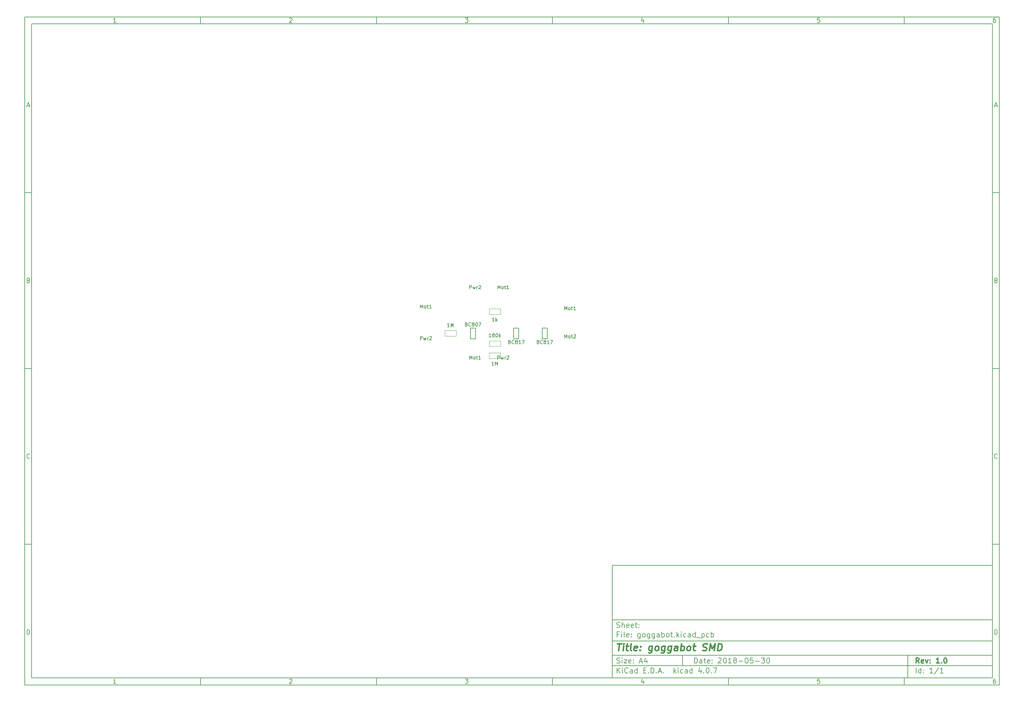
<source format=gbr>
G04 #@! TF.FileFunction,Other,Fab,Top*
%FSLAX46Y46*%
G04 Gerber Fmt 4.6, Leading zero omitted, Abs format (unit mm)*
G04 Created by KiCad (PCBNEW 4.0.7) date 2018 May 30, Wednesday 19:48:18*
%MOMM*%
%LPD*%
G01*
G04 APERTURE LIST*
%ADD10C,0.100000*%
%ADD11C,0.150000*%
%ADD12C,0.300000*%
%ADD13C,0.400000*%
G04 APERTURE END LIST*
D10*
D11*
X177002200Y-166007200D02*
X177002200Y-198007200D01*
X285002200Y-198007200D01*
X285002200Y-166007200D01*
X177002200Y-166007200D01*
D10*
D11*
X10000000Y-10000000D02*
X10000000Y-200007200D01*
X287002200Y-200007200D01*
X287002200Y-10000000D01*
X10000000Y-10000000D01*
D10*
D11*
X12000000Y-12000000D02*
X12000000Y-198007200D01*
X285002200Y-198007200D01*
X285002200Y-12000000D01*
X12000000Y-12000000D01*
D10*
D11*
X60000000Y-12000000D02*
X60000000Y-10000000D01*
D10*
D11*
X110000000Y-12000000D02*
X110000000Y-10000000D01*
D10*
D11*
X160000000Y-12000000D02*
X160000000Y-10000000D01*
D10*
D11*
X210000000Y-12000000D02*
X210000000Y-10000000D01*
D10*
D11*
X260000000Y-12000000D02*
X260000000Y-10000000D01*
D10*
D11*
X35990476Y-11588095D02*
X35247619Y-11588095D01*
X35619048Y-11588095D02*
X35619048Y-10288095D01*
X35495238Y-10473810D01*
X35371429Y-10597619D01*
X35247619Y-10659524D01*
D10*
D11*
X85247619Y-10411905D02*
X85309524Y-10350000D01*
X85433333Y-10288095D01*
X85742857Y-10288095D01*
X85866667Y-10350000D01*
X85928571Y-10411905D01*
X85990476Y-10535714D01*
X85990476Y-10659524D01*
X85928571Y-10845238D01*
X85185714Y-11588095D01*
X85990476Y-11588095D01*
D10*
D11*
X135185714Y-10288095D02*
X135990476Y-10288095D01*
X135557143Y-10783333D01*
X135742857Y-10783333D01*
X135866667Y-10845238D01*
X135928571Y-10907143D01*
X135990476Y-11030952D01*
X135990476Y-11340476D01*
X135928571Y-11464286D01*
X135866667Y-11526190D01*
X135742857Y-11588095D01*
X135371429Y-11588095D01*
X135247619Y-11526190D01*
X135185714Y-11464286D01*
D10*
D11*
X185866667Y-10721429D02*
X185866667Y-11588095D01*
X185557143Y-10226190D02*
X185247619Y-11154762D01*
X186052381Y-11154762D01*
D10*
D11*
X235928571Y-10288095D02*
X235309524Y-10288095D01*
X235247619Y-10907143D01*
X235309524Y-10845238D01*
X235433333Y-10783333D01*
X235742857Y-10783333D01*
X235866667Y-10845238D01*
X235928571Y-10907143D01*
X235990476Y-11030952D01*
X235990476Y-11340476D01*
X235928571Y-11464286D01*
X235866667Y-11526190D01*
X235742857Y-11588095D01*
X235433333Y-11588095D01*
X235309524Y-11526190D01*
X235247619Y-11464286D01*
D10*
D11*
X285866667Y-10288095D02*
X285619048Y-10288095D01*
X285495238Y-10350000D01*
X285433333Y-10411905D01*
X285309524Y-10597619D01*
X285247619Y-10845238D01*
X285247619Y-11340476D01*
X285309524Y-11464286D01*
X285371429Y-11526190D01*
X285495238Y-11588095D01*
X285742857Y-11588095D01*
X285866667Y-11526190D01*
X285928571Y-11464286D01*
X285990476Y-11340476D01*
X285990476Y-11030952D01*
X285928571Y-10907143D01*
X285866667Y-10845238D01*
X285742857Y-10783333D01*
X285495238Y-10783333D01*
X285371429Y-10845238D01*
X285309524Y-10907143D01*
X285247619Y-11030952D01*
D10*
D11*
X60000000Y-198007200D02*
X60000000Y-200007200D01*
D10*
D11*
X110000000Y-198007200D02*
X110000000Y-200007200D01*
D10*
D11*
X160000000Y-198007200D02*
X160000000Y-200007200D01*
D10*
D11*
X210000000Y-198007200D02*
X210000000Y-200007200D01*
D10*
D11*
X260000000Y-198007200D02*
X260000000Y-200007200D01*
D10*
D11*
X35990476Y-199595295D02*
X35247619Y-199595295D01*
X35619048Y-199595295D02*
X35619048Y-198295295D01*
X35495238Y-198481010D01*
X35371429Y-198604819D01*
X35247619Y-198666724D01*
D10*
D11*
X85247619Y-198419105D02*
X85309524Y-198357200D01*
X85433333Y-198295295D01*
X85742857Y-198295295D01*
X85866667Y-198357200D01*
X85928571Y-198419105D01*
X85990476Y-198542914D01*
X85990476Y-198666724D01*
X85928571Y-198852438D01*
X85185714Y-199595295D01*
X85990476Y-199595295D01*
D10*
D11*
X135185714Y-198295295D02*
X135990476Y-198295295D01*
X135557143Y-198790533D01*
X135742857Y-198790533D01*
X135866667Y-198852438D01*
X135928571Y-198914343D01*
X135990476Y-199038152D01*
X135990476Y-199347676D01*
X135928571Y-199471486D01*
X135866667Y-199533390D01*
X135742857Y-199595295D01*
X135371429Y-199595295D01*
X135247619Y-199533390D01*
X135185714Y-199471486D01*
D10*
D11*
X185866667Y-198728629D02*
X185866667Y-199595295D01*
X185557143Y-198233390D02*
X185247619Y-199161962D01*
X186052381Y-199161962D01*
D10*
D11*
X235928571Y-198295295D02*
X235309524Y-198295295D01*
X235247619Y-198914343D01*
X235309524Y-198852438D01*
X235433333Y-198790533D01*
X235742857Y-198790533D01*
X235866667Y-198852438D01*
X235928571Y-198914343D01*
X235990476Y-199038152D01*
X235990476Y-199347676D01*
X235928571Y-199471486D01*
X235866667Y-199533390D01*
X235742857Y-199595295D01*
X235433333Y-199595295D01*
X235309524Y-199533390D01*
X235247619Y-199471486D01*
D10*
D11*
X285866667Y-198295295D02*
X285619048Y-198295295D01*
X285495238Y-198357200D01*
X285433333Y-198419105D01*
X285309524Y-198604819D01*
X285247619Y-198852438D01*
X285247619Y-199347676D01*
X285309524Y-199471486D01*
X285371429Y-199533390D01*
X285495238Y-199595295D01*
X285742857Y-199595295D01*
X285866667Y-199533390D01*
X285928571Y-199471486D01*
X285990476Y-199347676D01*
X285990476Y-199038152D01*
X285928571Y-198914343D01*
X285866667Y-198852438D01*
X285742857Y-198790533D01*
X285495238Y-198790533D01*
X285371429Y-198852438D01*
X285309524Y-198914343D01*
X285247619Y-199038152D01*
D10*
D11*
X10000000Y-60000000D02*
X12000000Y-60000000D01*
D10*
D11*
X10000000Y-110000000D02*
X12000000Y-110000000D01*
D10*
D11*
X10000000Y-160000000D02*
X12000000Y-160000000D01*
D10*
D11*
X10690476Y-35216667D02*
X11309524Y-35216667D01*
X10566667Y-35588095D02*
X11000000Y-34288095D01*
X11433333Y-35588095D01*
D10*
D11*
X11092857Y-84907143D02*
X11278571Y-84969048D01*
X11340476Y-85030952D01*
X11402381Y-85154762D01*
X11402381Y-85340476D01*
X11340476Y-85464286D01*
X11278571Y-85526190D01*
X11154762Y-85588095D01*
X10659524Y-85588095D01*
X10659524Y-84288095D01*
X11092857Y-84288095D01*
X11216667Y-84350000D01*
X11278571Y-84411905D01*
X11340476Y-84535714D01*
X11340476Y-84659524D01*
X11278571Y-84783333D01*
X11216667Y-84845238D01*
X11092857Y-84907143D01*
X10659524Y-84907143D01*
D10*
D11*
X11402381Y-135464286D02*
X11340476Y-135526190D01*
X11154762Y-135588095D01*
X11030952Y-135588095D01*
X10845238Y-135526190D01*
X10721429Y-135402381D01*
X10659524Y-135278571D01*
X10597619Y-135030952D01*
X10597619Y-134845238D01*
X10659524Y-134597619D01*
X10721429Y-134473810D01*
X10845238Y-134350000D01*
X11030952Y-134288095D01*
X11154762Y-134288095D01*
X11340476Y-134350000D01*
X11402381Y-134411905D01*
D10*
D11*
X10659524Y-185588095D02*
X10659524Y-184288095D01*
X10969048Y-184288095D01*
X11154762Y-184350000D01*
X11278571Y-184473810D01*
X11340476Y-184597619D01*
X11402381Y-184845238D01*
X11402381Y-185030952D01*
X11340476Y-185278571D01*
X11278571Y-185402381D01*
X11154762Y-185526190D01*
X10969048Y-185588095D01*
X10659524Y-185588095D01*
D10*
D11*
X287002200Y-60000000D02*
X285002200Y-60000000D01*
D10*
D11*
X287002200Y-110000000D02*
X285002200Y-110000000D01*
D10*
D11*
X287002200Y-160000000D02*
X285002200Y-160000000D01*
D10*
D11*
X285692676Y-35216667D02*
X286311724Y-35216667D01*
X285568867Y-35588095D02*
X286002200Y-34288095D01*
X286435533Y-35588095D01*
D10*
D11*
X286095057Y-84907143D02*
X286280771Y-84969048D01*
X286342676Y-85030952D01*
X286404581Y-85154762D01*
X286404581Y-85340476D01*
X286342676Y-85464286D01*
X286280771Y-85526190D01*
X286156962Y-85588095D01*
X285661724Y-85588095D01*
X285661724Y-84288095D01*
X286095057Y-84288095D01*
X286218867Y-84350000D01*
X286280771Y-84411905D01*
X286342676Y-84535714D01*
X286342676Y-84659524D01*
X286280771Y-84783333D01*
X286218867Y-84845238D01*
X286095057Y-84907143D01*
X285661724Y-84907143D01*
D10*
D11*
X286404581Y-135464286D02*
X286342676Y-135526190D01*
X286156962Y-135588095D01*
X286033152Y-135588095D01*
X285847438Y-135526190D01*
X285723629Y-135402381D01*
X285661724Y-135278571D01*
X285599819Y-135030952D01*
X285599819Y-134845238D01*
X285661724Y-134597619D01*
X285723629Y-134473810D01*
X285847438Y-134350000D01*
X286033152Y-134288095D01*
X286156962Y-134288095D01*
X286342676Y-134350000D01*
X286404581Y-134411905D01*
D10*
D11*
X285661724Y-185588095D02*
X285661724Y-184288095D01*
X285971248Y-184288095D01*
X286156962Y-184350000D01*
X286280771Y-184473810D01*
X286342676Y-184597619D01*
X286404581Y-184845238D01*
X286404581Y-185030952D01*
X286342676Y-185278571D01*
X286280771Y-185402381D01*
X286156962Y-185526190D01*
X285971248Y-185588095D01*
X285661724Y-185588095D01*
D10*
D11*
X200359343Y-193785771D02*
X200359343Y-192285771D01*
X200716486Y-192285771D01*
X200930771Y-192357200D01*
X201073629Y-192500057D01*
X201145057Y-192642914D01*
X201216486Y-192928629D01*
X201216486Y-193142914D01*
X201145057Y-193428629D01*
X201073629Y-193571486D01*
X200930771Y-193714343D01*
X200716486Y-193785771D01*
X200359343Y-193785771D01*
X202502200Y-193785771D02*
X202502200Y-193000057D01*
X202430771Y-192857200D01*
X202287914Y-192785771D01*
X202002200Y-192785771D01*
X201859343Y-192857200D01*
X202502200Y-193714343D02*
X202359343Y-193785771D01*
X202002200Y-193785771D01*
X201859343Y-193714343D01*
X201787914Y-193571486D01*
X201787914Y-193428629D01*
X201859343Y-193285771D01*
X202002200Y-193214343D01*
X202359343Y-193214343D01*
X202502200Y-193142914D01*
X203002200Y-192785771D02*
X203573629Y-192785771D01*
X203216486Y-192285771D02*
X203216486Y-193571486D01*
X203287914Y-193714343D01*
X203430772Y-193785771D01*
X203573629Y-193785771D01*
X204645057Y-193714343D02*
X204502200Y-193785771D01*
X204216486Y-193785771D01*
X204073629Y-193714343D01*
X204002200Y-193571486D01*
X204002200Y-193000057D01*
X204073629Y-192857200D01*
X204216486Y-192785771D01*
X204502200Y-192785771D01*
X204645057Y-192857200D01*
X204716486Y-193000057D01*
X204716486Y-193142914D01*
X204002200Y-193285771D01*
X205359343Y-193642914D02*
X205430771Y-193714343D01*
X205359343Y-193785771D01*
X205287914Y-193714343D01*
X205359343Y-193642914D01*
X205359343Y-193785771D01*
X205359343Y-192857200D02*
X205430771Y-192928629D01*
X205359343Y-193000057D01*
X205287914Y-192928629D01*
X205359343Y-192857200D01*
X205359343Y-193000057D01*
X207145057Y-192428629D02*
X207216486Y-192357200D01*
X207359343Y-192285771D01*
X207716486Y-192285771D01*
X207859343Y-192357200D01*
X207930772Y-192428629D01*
X208002200Y-192571486D01*
X208002200Y-192714343D01*
X207930772Y-192928629D01*
X207073629Y-193785771D01*
X208002200Y-193785771D01*
X208930771Y-192285771D02*
X209073628Y-192285771D01*
X209216485Y-192357200D01*
X209287914Y-192428629D01*
X209359343Y-192571486D01*
X209430771Y-192857200D01*
X209430771Y-193214343D01*
X209359343Y-193500057D01*
X209287914Y-193642914D01*
X209216485Y-193714343D01*
X209073628Y-193785771D01*
X208930771Y-193785771D01*
X208787914Y-193714343D01*
X208716485Y-193642914D01*
X208645057Y-193500057D01*
X208573628Y-193214343D01*
X208573628Y-192857200D01*
X208645057Y-192571486D01*
X208716485Y-192428629D01*
X208787914Y-192357200D01*
X208930771Y-192285771D01*
X210859342Y-193785771D02*
X210002199Y-193785771D01*
X210430771Y-193785771D02*
X210430771Y-192285771D01*
X210287914Y-192500057D01*
X210145056Y-192642914D01*
X210002199Y-192714343D01*
X211716485Y-192928629D02*
X211573627Y-192857200D01*
X211502199Y-192785771D01*
X211430770Y-192642914D01*
X211430770Y-192571486D01*
X211502199Y-192428629D01*
X211573627Y-192357200D01*
X211716485Y-192285771D01*
X212002199Y-192285771D01*
X212145056Y-192357200D01*
X212216485Y-192428629D01*
X212287913Y-192571486D01*
X212287913Y-192642914D01*
X212216485Y-192785771D01*
X212145056Y-192857200D01*
X212002199Y-192928629D01*
X211716485Y-192928629D01*
X211573627Y-193000057D01*
X211502199Y-193071486D01*
X211430770Y-193214343D01*
X211430770Y-193500057D01*
X211502199Y-193642914D01*
X211573627Y-193714343D01*
X211716485Y-193785771D01*
X212002199Y-193785771D01*
X212145056Y-193714343D01*
X212216485Y-193642914D01*
X212287913Y-193500057D01*
X212287913Y-193214343D01*
X212216485Y-193071486D01*
X212145056Y-193000057D01*
X212002199Y-192928629D01*
X212930770Y-193214343D02*
X214073627Y-193214343D01*
X215073627Y-192285771D02*
X215216484Y-192285771D01*
X215359341Y-192357200D01*
X215430770Y-192428629D01*
X215502199Y-192571486D01*
X215573627Y-192857200D01*
X215573627Y-193214343D01*
X215502199Y-193500057D01*
X215430770Y-193642914D01*
X215359341Y-193714343D01*
X215216484Y-193785771D01*
X215073627Y-193785771D01*
X214930770Y-193714343D01*
X214859341Y-193642914D01*
X214787913Y-193500057D01*
X214716484Y-193214343D01*
X214716484Y-192857200D01*
X214787913Y-192571486D01*
X214859341Y-192428629D01*
X214930770Y-192357200D01*
X215073627Y-192285771D01*
X216930770Y-192285771D02*
X216216484Y-192285771D01*
X216145055Y-193000057D01*
X216216484Y-192928629D01*
X216359341Y-192857200D01*
X216716484Y-192857200D01*
X216859341Y-192928629D01*
X216930770Y-193000057D01*
X217002198Y-193142914D01*
X217002198Y-193500057D01*
X216930770Y-193642914D01*
X216859341Y-193714343D01*
X216716484Y-193785771D01*
X216359341Y-193785771D01*
X216216484Y-193714343D01*
X216145055Y-193642914D01*
X217645055Y-193214343D02*
X218787912Y-193214343D01*
X219359341Y-192285771D02*
X220287912Y-192285771D01*
X219787912Y-192857200D01*
X220002198Y-192857200D01*
X220145055Y-192928629D01*
X220216484Y-193000057D01*
X220287912Y-193142914D01*
X220287912Y-193500057D01*
X220216484Y-193642914D01*
X220145055Y-193714343D01*
X220002198Y-193785771D01*
X219573626Y-193785771D01*
X219430769Y-193714343D01*
X219359341Y-193642914D01*
X221216483Y-192285771D02*
X221359340Y-192285771D01*
X221502197Y-192357200D01*
X221573626Y-192428629D01*
X221645055Y-192571486D01*
X221716483Y-192857200D01*
X221716483Y-193214343D01*
X221645055Y-193500057D01*
X221573626Y-193642914D01*
X221502197Y-193714343D01*
X221359340Y-193785771D01*
X221216483Y-193785771D01*
X221073626Y-193714343D01*
X221002197Y-193642914D01*
X220930769Y-193500057D01*
X220859340Y-193214343D01*
X220859340Y-192857200D01*
X220930769Y-192571486D01*
X221002197Y-192428629D01*
X221073626Y-192357200D01*
X221216483Y-192285771D01*
D10*
D11*
X177002200Y-194507200D02*
X285002200Y-194507200D01*
D10*
D11*
X178359343Y-196585771D02*
X178359343Y-195085771D01*
X179216486Y-196585771D02*
X178573629Y-195728629D01*
X179216486Y-195085771D02*
X178359343Y-195942914D01*
X179859343Y-196585771D02*
X179859343Y-195585771D01*
X179859343Y-195085771D02*
X179787914Y-195157200D01*
X179859343Y-195228629D01*
X179930771Y-195157200D01*
X179859343Y-195085771D01*
X179859343Y-195228629D01*
X181430772Y-196442914D02*
X181359343Y-196514343D01*
X181145057Y-196585771D01*
X181002200Y-196585771D01*
X180787915Y-196514343D01*
X180645057Y-196371486D01*
X180573629Y-196228629D01*
X180502200Y-195942914D01*
X180502200Y-195728629D01*
X180573629Y-195442914D01*
X180645057Y-195300057D01*
X180787915Y-195157200D01*
X181002200Y-195085771D01*
X181145057Y-195085771D01*
X181359343Y-195157200D01*
X181430772Y-195228629D01*
X182716486Y-196585771D02*
X182716486Y-195800057D01*
X182645057Y-195657200D01*
X182502200Y-195585771D01*
X182216486Y-195585771D01*
X182073629Y-195657200D01*
X182716486Y-196514343D02*
X182573629Y-196585771D01*
X182216486Y-196585771D01*
X182073629Y-196514343D01*
X182002200Y-196371486D01*
X182002200Y-196228629D01*
X182073629Y-196085771D01*
X182216486Y-196014343D01*
X182573629Y-196014343D01*
X182716486Y-195942914D01*
X184073629Y-196585771D02*
X184073629Y-195085771D01*
X184073629Y-196514343D02*
X183930772Y-196585771D01*
X183645058Y-196585771D01*
X183502200Y-196514343D01*
X183430772Y-196442914D01*
X183359343Y-196300057D01*
X183359343Y-195871486D01*
X183430772Y-195728629D01*
X183502200Y-195657200D01*
X183645058Y-195585771D01*
X183930772Y-195585771D01*
X184073629Y-195657200D01*
X185930772Y-195800057D02*
X186430772Y-195800057D01*
X186645058Y-196585771D02*
X185930772Y-196585771D01*
X185930772Y-195085771D01*
X186645058Y-195085771D01*
X187287915Y-196442914D02*
X187359343Y-196514343D01*
X187287915Y-196585771D01*
X187216486Y-196514343D01*
X187287915Y-196442914D01*
X187287915Y-196585771D01*
X188002201Y-196585771D02*
X188002201Y-195085771D01*
X188359344Y-195085771D01*
X188573629Y-195157200D01*
X188716487Y-195300057D01*
X188787915Y-195442914D01*
X188859344Y-195728629D01*
X188859344Y-195942914D01*
X188787915Y-196228629D01*
X188716487Y-196371486D01*
X188573629Y-196514343D01*
X188359344Y-196585771D01*
X188002201Y-196585771D01*
X189502201Y-196442914D02*
X189573629Y-196514343D01*
X189502201Y-196585771D01*
X189430772Y-196514343D01*
X189502201Y-196442914D01*
X189502201Y-196585771D01*
X190145058Y-196157200D02*
X190859344Y-196157200D01*
X190002201Y-196585771D02*
X190502201Y-195085771D01*
X191002201Y-196585771D01*
X191502201Y-196442914D02*
X191573629Y-196514343D01*
X191502201Y-196585771D01*
X191430772Y-196514343D01*
X191502201Y-196442914D01*
X191502201Y-196585771D01*
X194502201Y-196585771D02*
X194502201Y-195085771D01*
X194645058Y-196014343D02*
X195073629Y-196585771D01*
X195073629Y-195585771D02*
X194502201Y-196157200D01*
X195716487Y-196585771D02*
X195716487Y-195585771D01*
X195716487Y-195085771D02*
X195645058Y-195157200D01*
X195716487Y-195228629D01*
X195787915Y-195157200D01*
X195716487Y-195085771D01*
X195716487Y-195228629D01*
X197073630Y-196514343D02*
X196930773Y-196585771D01*
X196645059Y-196585771D01*
X196502201Y-196514343D01*
X196430773Y-196442914D01*
X196359344Y-196300057D01*
X196359344Y-195871486D01*
X196430773Y-195728629D01*
X196502201Y-195657200D01*
X196645059Y-195585771D01*
X196930773Y-195585771D01*
X197073630Y-195657200D01*
X198359344Y-196585771D02*
X198359344Y-195800057D01*
X198287915Y-195657200D01*
X198145058Y-195585771D01*
X197859344Y-195585771D01*
X197716487Y-195657200D01*
X198359344Y-196514343D02*
X198216487Y-196585771D01*
X197859344Y-196585771D01*
X197716487Y-196514343D01*
X197645058Y-196371486D01*
X197645058Y-196228629D01*
X197716487Y-196085771D01*
X197859344Y-196014343D01*
X198216487Y-196014343D01*
X198359344Y-195942914D01*
X199716487Y-196585771D02*
X199716487Y-195085771D01*
X199716487Y-196514343D02*
X199573630Y-196585771D01*
X199287916Y-196585771D01*
X199145058Y-196514343D01*
X199073630Y-196442914D01*
X199002201Y-196300057D01*
X199002201Y-195871486D01*
X199073630Y-195728629D01*
X199145058Y-195657200D01*
X199287916Y-195585771D01*
X199573630Y-195585771D01*
X199716487Y-195657200D01*
X202216487Y-195585771D02*
X202216487Y-196585771D01*
X201859344Y-195014343D02*
X201502201Y-196085771D01*
X202430773Y-196085771D01*
X203002201Y-196442914D02*
X203073629Y-196514343D01*
X203002201Y-196585771D01*
X202930772Y-196514343D01*
X203002201Y-196442914D01*
X203002201Y-196585771D01*
X204002201Y-195085771D02*
X204145058Y-195085771D01*
X204287915Y-195157200D01*
X204359344Y-195228629D01*
X204430773Y-195371486D01*
X204502201Y-195657200D01*
X204502201Y-196014343D01*
X204430773Y-196300057D01*
X204359344Y-196442914D01*
X204287915Y-196514343D01*
X204145058Y-196585771D01*
X204002201Y-196585771D01*
X203859344Y-196514343D01*
X203787915Y-196442914D01*
X203716487Y-196300057D01*
X203645058Y-196014343D01*
X203645058Y-195657200D01*
X203716487Y-195371486D01*
X203787915Y-195228629D01*
X203859344Y-195157200D01*
X204002201Y-195085771D01*
X205145058Y-196442914D02*
X205216486Y-196514343D01*
X205145058Y-196585771D01*
X205073629Y-196514343D01*
X205145058Y-196442914D01*
X205145058Y-196585771D01*
X205716487Y-195085771D02*
X206716487Y-195085771D01*
X206073630Y-196585771D01*
D10*
D11*
X177002200Y-191507200D02*
X285002200Y-191507200D01*
D10*
D12*
X264216486Y-193785771D02*
X263716486Y-193071486D01*
X263359343Y-193785771D02*
X263359343Y-192285771D01*
X263930771Y-192285771D01*
X264073629Y-192357200D01*
X264145057Y-192428629D01*
X264216486Y-192571486D01*
X264216486Y-192785771D01*
X264145057Y-192928629D01*
X264073629Y-193000057D01*
X263930771Y-193071486D01*
X263359343Y-193071486D01*
X265430771Y-193714343D02*
X265287914Y-193785771D01*
X265002200Y-193785771D01*
X264859343Y-193714343D01*
X264787914Y-193571486D01*
X264787914Y-193000057D01*
X264859343Y-192857200D01*
X265002200Y-192785771D01*
X265287914Y-192785771D01*
X265430771Y-192857200D01*
X265502200Y-193000057D01*
X265502200Y-193142914D01*
X264787914Y-193285771D01*
X266002200Y-192785771D02*
X266359343Y-193785771D01*
X266716485Y-192785771D01*
X267287914Y-193642914D02*
X267359342Y-193714343D01*
X267287914Y-193785771D01*
X267216485Y-193714343D01*
X267287914Y-193642914D01*
X267287914Y-193785771D01*
X267287914Y-192857200D02*
X267359342Y-192928629D01*
X267287914Y-193000057D01*
X267216485Y-192928629D01*
X267287914Y-192857200D01*
X267287914Y-193000057D01*
X269930771Y-193785771D02*
X269073628Y-193785771D01*
X269502200Y-193785771D02*
X269502200Y-192285771D01*
X269359343Y-192500057D01*
X269216485Y-192642914D01*
X269073628Y-192714343D01*
X270573628Y-193642914D02*
X270645056Y-193714343D01*
X270573628Y-193785771D01*
X270502199Y-193714343D01*
X270573628Y-193642914D01*
X270573628Y-193785771D01*
X271573628Y-192285771D02*
X271716485Y-192285771D01*
X271859342Y-192357200D01*
X271930771Y-192428629D01*
X272002200Y-192571486D01*
X272073628Y-192857200D01*
X272073628Y-193214343D01*
X272002200Y-193500057D01*
X271930771Y-193642914D01*
X271859342Y-193714343D01*
X271716485Y-193785771D01*
X271573628Y-193785771D01*
X271430771Y-193714343D01*
X271359342Y-193642914D01*
X271287914Y-193500057D01*
X271216485Y-193214343D01*
X271216485Y-192857200D01*
X271287914Y-192571486D01*
X271359342Y-192428629D01*
X271430771Y-192357200D01*
X271573628Y-192285771D01*
D10*
D11*
X178287914Y-193714343D02*
X178502200Y-193785771D01*
X178859343Y-193785771D01*
X179002200Y-193714343D01*
X179073629Y-193642914D01*
X179145057Y-193500057D01*
X179145057Y-193357200D01*
X179073629Y-193214343D01*
X179002200Y-193142914D01*
X178859343Y-193071486D01*
X178573629Y-193000057D01*
X178430771Y-192928629D01*
X178359343Y-192857200D01*
X178287914Y-192714343D01*
X178287914Y-192571486D01*
X178359343Y-192428629D01*
X178430771Y-192357200D01*
X178573629Y-192285771D01*
X178930771Y-192285771D01*
X179145057Y-192357200D01*
X179787914Y-193785771D02*
X179787914Y-192785771D01*
X179787914Y-192285771D02*
X179716485Y-192357200D01*
X179787914Y-192428629D01*
X179859342Y-192357200D01*
X179787914Y-192285771D01*
X179787914Y-192428629D01*
X180359343Y-192785771D02*
X181145057Y-192785771D01*
X180359343Y-193785771D01*
X181145057Y-193785771D01*
X182287914Y-193714343D02*
X182145057Y-193785771D01*
X181859343Y-193785771D01*
X181716486Y-193714343D01*
X181645057Y-193571486D01*
X181645057Y-193000057D01*
X181716486Y-192857200D01*
X181859343Y-192785771D01*
X182145057Y-192785771D01*
X182287914Y-192857200D01*
X182359343Y-193000057D01*
X182359343Y-193142914D01*
X181645057Y-193285771D01*
X183002200Y-193642914D02*
X183073628Y-193714343D01*
X183002200Y-193785771D01*
X182930771Y-193714343D01*
X183002200Y-193642914D01*
X183002200Y-193785771D01*
X183002200Y-192857200D02*
X183073628Y-192928629D01*
X183002200Y-193000057D01*
X182930771Y-192928629D01*
X183002200Y-192857200D01*
X183002200Y-193000057D01*
X184787914Y-193357200D02*
X185502200Y-193357200D01*
X184645057Y-193785771D02*
X185145057Y-192285771D01*
X185645057Y-193785771D01*
X186787914Y-192785771D02*
X186787914Y-193785771D01*
X186430771Y-192214343D02*
X186073628Y-193285771D01*
X187002200Y-193285771D01*
D10*
D11*
X263359343Y-196585771D02*
X263359343Y-195085771D01*
X264716486Y-196585771D02*
X264716486Y-195085771D01*
X264716486Y-196514343D02*
X264573629Y-196585771D01*
X264287915Y-196585771D01*
X264145057Y-196514343D01*
X264073629Y-196442914D01*
X264002200Y-196300057D01*
X264002200Y-195871486D01*
X264073629Y-195728629D01*
X264145057Y-195657200D01*
X264287915Y-195585771D01*
X264573629Y-195585771D01*
X264716486Y-195657200D01*
X265430772Y-196442914D02*
X265502200Y-196514343D01*
X265430772Y-196585771D01*
X265359343Y-196514343D01*
X265430772Y-196442914D01*
X265430772Y-196585771D01*
X265430772Y-195657200D02*
X265502200Y-195728629D01*
X265430772Y-195800057D01*
X265359343Y-195728629D01*
X265430772Y-195657200D01*
X265430772Y-195800057D01*
X268073629Y-196585771D02*
X267216486Y-196585771D01*
X267645058Y-196585771D02*
X267645058Y-195085771D01*
X267502201Y-195300057D01*
X267359343Y-195442914D01*
X267216486Y-195514343D01*
X269787914Y-195014343D02*
X268502200Y-196942914D01*
X271073629Y-196585771D02*
X270216486Y-196585771D01*
X270645058Y-196585771D02*
X270645058Y-195085771D01*
X270502201Y-195300057D01*
X270359343Y-195442914D01*
X270216486Y-195514343D01*
D10*
D11*
X177002200Y-187507200D02*
X285002200Y-187507200D01*
D10*
D13*
X178454581Y-188211962D02*
X179597438Y-188211962D01*
X178776010Y-190211962D02*
X179026010Y-188211962D01*
X180014105Y-190211962D02*
X180180771Y-188878629D01*
X180264105Y-188211962D02*
X180156962Y-188307200D01*
X180240295Y-188402438D01*
X180347439Y-188307200D01*
X180264105Y-188211962D01*
X180240295Y-188402438D01*
X180847438Y-188878629D02*
X181609343Y-188878629D01*
X181216486Y-188211962D02*
X181002200Y-189926248D01*
X181073630Y-190116724D01*
X181252201Y-190211962D01*
X181442677Y-190211962D01*
X182395058Y-190211962D02*
X182216487Y-190116724D01*
X182145057Y-189926248D01*
X182359343Y-188211962D01*
X183930772Y-190116724D02*
X183728391Y-190211962D01*
X183347439Y-190211962D01*
X183168867Y-190116724D01*
X183097438Y-189926248D01*
X183192676Y-189164343D01*
X183311724Y-188973867D01*
X183514105Y-188878629D01*
X183895057Y-188878629D01*
X184073629Y-188973867D01*
X184145057Y-189164343D01*
X184121248Y-189354819D01*
X183145057Y-189545295D01*
X184895057Y-190021486D02*
X184978392Y-190116724D01*
X184871248Y-190211962D01*
X184787915Y-190116724D01*
X184895057Y-190021486D01*
X184871248Y-190211962D01*
X185026010Y-188973867D02*
X185109344Y-189069105D01*
X185002200Y-189164343D01*
X184918867Y-189069105D01*
X185026010Y-188973867D01*
X185002200Y-189164343D01*
X188371248Y-188878629D02*
X188168867Y-190497676D01*
X188049820Y-190688152D01*
X187942677Y-190783390D01*
X187740296Y-190878629D01*
X187454582Y-190878629D01*
X187276010Y-190783390D01*
X188216487Y-190116724D02*
X188014106Y-190211962D01*
X187633154Y-190211962D01*
X187454583Y-190116724D01*
X187371248Y-190021486D01*
X187299820Y-189831010D01*
X187371248Y-189259581D01*
X187490296Y-189069105D01*
X187597440Y-188973867D01*
X187799820Y-188878629D01*
X188180772Y-188878629D01*
X188359344Y-188973867D01*
X189442678Y-190211962D02*
X189264107Y-190116724D01*
X189180772Y-190021486D01*
X189109344Y-189831010D01*
X189180772Y-189259581D01*
X189299820Y-189069105D01*
X189406964Y-188973867D01*
X189609344Y-188878629D01*
X189895058Y-188878629D01*
X190073630Y-188973867D01*
X190156963Y-189069105D01*
X190228391Y-189259581D01*
X190156963Y-189831010D01*
X190037915Y-190021486D01*
X189930773Y-190116724D01*
X189728392Y-190211962D01*
X189442678Y-190211962D01*
X191990296Y-188878629D02*
X191787915Y-190497676D01*
X191668868Y-190688152D01*
X191561725Y-190783390D01*
X191359344Y-190878629D01*
X191073630Y-190878629D01*
X190895058Y-190783390D01*
X191835535Y-190116724D02*
X191633154Y-190211962D01*
X191252202Y-190211962D01*
X191073631Y-190116724D01*
X190990296Y-190021486D01*
X190918868Y-189831010D01*
X190990296Y-189259581D01*
X191109344Y-189069105D01*
X191216488Y-188973867D01*
X191418868Y-188878629D01*
X191799820Y-188878629D01*
X191978392Y-188973867D01*
X193799820Y-188878629D02*
X193597439Y-190497676D01*
X193478392Y-190688152D01*
X193371249Y-190783390D01*
X193168868Y-190878629D01*
X192883154Y-190878629D01*
X192704582Y-190783390D01*
X193645059Y-190116724D02*
X193442678Y-190211962D01*
X193061726Y-190211962D01*
X192883155Y-190116724D01*
X192799820Y-190021486D01*
X192728392Y-189831010D01*
X192799820Y-189259581D01*
X192918868Y-189069105D01*
X193026012Y-188973867D01*
X193228392Y-188878629D01*
X193609344Y-188878629D01*
X193787916Y-188973867D01*
X195442678Y-190211962D02*
X195573630Y-189164343D01*
X195502202Y-188973867D01*
X195323630Y-188878629D01*
X194942678Y-188878629D01*
X194740297Y-188973867D01*
X195454583Y-190116724D02*
X195252202Y-190211962D01*
X194776012Y-190211962D01*
X194597440Y-190116724D01*
X194526011Y-189926248D01*
X194549821Y-189735771D01*
X194668868Y-189545295D01*
X194871250Y-189450057D01*
X195347440Y-189450057D01*
X195549821Y-189354819D01*
X196395059Y-190211962D02*
X196645059Y-188211962D01*
X196549821Y-188973867D02*
X196752202Y-188878629D01*
X197133154Y-188878629D01*
X197311726Y-188973867D01*
X197395059Y-189069105D01*
X197466487Y-189259581D01*
X197395059Y-189831010D01*
X197276011Y-190021486D01*
X197168869Y-190116724D01*
X196966488Y-190211962D01*
X196585536Y-190211962D01*
X196406964Y-190116724D01*
X198490298Y-190211962D02*
X198311727Y-190116724D01*
X198228392Y-190021486D01*
X198156964Y-189831010D01*
X198228392Y-189259581D01*
X198347440Y-189069105D01*
X198454584Y-188973867D01*
X198656964Y-188878629D01*
X198942678Y-188878629D01*
X199121250Y-188973867D01*
X199204583Y-189069105D01*
X199276011Y-189259581D01*
X199204583Y-189831010D01*
X199085535Y-190021486D01*
X198978393Y-190116724D01*
X198776012Y-190211962D01*
X198490298Y-190211962D01*
X199895059Y-188878629D02*
X200656964Y-188878629D01*
X200264107Y-188211962D02*
X200049821Y-189926248D01*
X200121251Y-190116724D01*
X200299822Y-190211962D01*
X200490298Y-190211962D01*
X202597441Y-190116724D02*
X202871251Y-190211962D01*
X203347441Y-190211962D01*
X203549822Y-190116724D01*
X203656964Y-190021486D01*
X203776013Y-189831010D01*
X203799822Y-189640533D01*
X203728393Y-189450057D01*
X203645060Y-189354819D01*
X203466488Y-189259581D01*
X203097441Y-189164343D01*
X202918870Y-189069105D01*
X202835536Y-188973867D01*
X202764107Y-188783390D01*
X202787917Y-188592914D01*
X202906964Y-188402438D01*
X203014108Y-188307200D01*
X203216489Y-188211962D01*
X203692679Y-188211962D01*
X203966489Y-188307200D01*
X204585536Y-190211962D02*
X204835536Y-188211962D01*
X205323631Y-189640533D01*
X206168870Y-188211962D01*
X205918870Y-190211962D01*
X206871250Y-190211962D02*
X207121250Y-188211962D01*
X207597441Y-188211962D01*
X207871250Y-188307200D01*
X208037917Y-188497676D01*
X208109346Y-188688152D01*
X208156965Y-189069105D01*
X208121251Y-189354819D01*
X207978394Y-189735771D01*
X207859345Y-189926248D01*
X207645060Y-190116724D01*
X207347441Y-190211962D01*
X206871250Y-190211962D01*
D10*
D11*
X178859343Y-185600057D02*
X178359343Y-185600057D01*
X178359343Y-186385771D02*
X178359343Y-184885771D01*
X179073629Y-184885771D01*
X179645057Y-186385771D02*
X179645057Y-185385771D01*
X179645057Y-184885771D02*
X179573628Y-184957200D01*
X179645057Y-185028629D01*
X179716485Y-184957200D01*
X179645057Y-184885771D01*
X179645057Y-185028629D01*
X180573629Y-186385771D02*
X180430771Y-186314343D01*
X180359343Y-186171486D01*
X180359343Y-184885771D01*
X181716485Y-186314343D02*
X181573628Y-186385771D01*
X181287914Y-186385771D01*
X181145057Y-186314343D01*
X181073628Y-186171486D01*
X181073628Y-185600057D01*
X181145057Y-185457200D01*
X181287914Y-185385771D01*
X181573628Y-185385771D01*
X181716485Y-185457200D01*
X181787914Y-185600057D01*
X181787914Y-185742914D01*
X181073628Y-185885771D01*
X182430771Y-186242914D02*
X182502199Y-186314343D01*
X182430771Y-186385771D01*
X182359342Y-186314343D01*
X182430771Y-186242914D01*
X182430771Y-186385771D01*
X182430771Y-185457200D02*
X182502199Y-185528629D01*
X182430771Y-185600057D01*
X182359342Y-185528629D01*
X182430771Y-185457200D01*
X182430771Y-185600057D01*
X184930771Y-185385771D02*
X184930771Y-186600057D01*
X184859342Y-186742914D01*
X184787914Y-186814343D01*
X184645057Y-186885771D01*
X184430771Y-186885771D01*
X184287914Y-186814343D01*
X184930771Y-186314343D02*
X184787914Y-186385771D01*
X184502200Y-186385771D01*
X184359342Y-186314343D01*
X184287914Y-186242914D01*
X184216485Y-186100057D01*
X184216485Y-185671486D01*
X184287914Y-185528629D01*
X184359342Y-185457200D01*
X184502200Y-185385771D01*
X184787914Y-185385771D01*
X184930771Y-185457200D01*
X185859343Y-186385771D02*
X185716485Y-186314343D01*
X185645057Y-186242914D01*
X185573628Y-186100057D01*
X185573628Y-185671486D01*
X185645057Y-185528629D01*
X185716485Y-185457200D01*
X185859343Y-185385771D01*
X186073628Y-185385771D01*
X186216485Y-185457200D01*
X186287914Y-185528629D01*
X186359343Y-185671486D01*
X186359343Y-186100057D01*
X186287914Y-186242914D01*
X186216485Y-186314343D01*
X186073628Y-186385771D01*
X185859343Y-186385771D01*
X187645057Y-185385771D02*
X187645057Y-186600057D01*
X187573628Y-186742914D01*
X187502200Y-186814343D01*
X187359343Y-186885771D01*
X187145057Y-186885771D01*
X187002200Y-186814343D01*
X187645057Y-186314343D02*
X187502200Y-186385771D01*
X187216486Y-186385771D01*
X187073628Y-186314343D01*
X187002200Y-186242914D01*
X186930771Y-186100057D01*
X186930771Y-185671486D01*
X187002200Y-185528629D01*
X187073628Y-185457200D01*
X187216486Y-185385771D01*
X187502200Y-185385771D01*
X187645057Y-185457200D01*
X189002200Y-185385771D02*
X189002200Y-186600057D01*
X188930771Y-186742914D01*
X188859343Y-186814343D01*
X188716486Y-186885771D01*
X188502200Y-186885771D01*
X188359343Y-186814343D01*
X189002200Y-186314343D02*
X188859343Y-186385771D01*
X188573629Y-186385771D01*
X188430771Y-186314343D01*
X188359343Y-186242914D01*
X188287914Y-186100057D01*
X188287914Y-185671486D01*
X188359343Y-185528629D01*
X188430771Y-185457200D01*
X188573629Y-185385771D01*
X188859343Y-185385771D01*
X189002200Y-185457200D01*
X190359343Y-186385771D02*
X190359343Y-185600057D01*
X190287914Y-185457200D01*
X190145057Y-185385771D01*
X189859343Y-185385771D01*
X189716486Y-185457200D01*
X190359343Y-186314343D02*
X190216486Y-186385771D01*
X189859343Y-186385771D01*
X189716486Y-186314343D01*
X189645057Y-186171486D01*
X189645057Y-186028629D01*
X189716486Y-185885771D01*
X189859343Y-185814343D01*
X190216486Y-185814343D01*
X190359343Y-185742914D01*
X191073629Y-186385771D02*
X191073629Y-184885771D01*
X191073629Y-185457200D02*
X191216486Y-185385771D01*
X191502200Y-185385771D01*
X191645057Y-185457200D01*
X191716486Y-185528629D01*
X191787915Y-185671486D01*
X191787915Y-186100057D01*
X191716486Y-186242914D01*
X191645057Y-186314343D01*
X191502200Y-186385771D01*
X191216486Y-186385771D01*
X191073629Y-186314343D01*
X192645058Y-186385771D02*
X192502200Y-186314343D01*
X192430772Y-186242914D01*
X192359343Y-186100057D01*
X192359343Y-185671486D01*
X192430772Y-185528629D01*
X192502200Y-185457200D01*
X192645058Y-185385771D01*
X192859343Y-185385771D01*
X193002200Y-185457200D01*
X193073629Y-185528629D01*
X193145058Y-185671486D01*
X193145058Y-186100057D01*
X193073629Y-186242914D01*
X193002200Y-186314343D01*
X192859343Y-186385771D01*
X192645058Y-186385771D01*
X193573629Y-185385771D02*
X194145058Y-185385771D01*
X193787915Y-184885771D02*
X193787915Y-186171486D01*
X193859343Y-186314343D01*
X194002201Y-186385771D01*
X194145058Y-186385771D01*
X194645058Y-186242914D02*
X194716486Y-186314343D01*
X194645058Y-186385771D01*
X194573629Y-186314343D01*
X194645058Y-186242914D01*
X194645058Y-186385771D01*
X195359344Y-186385771D02*
X195359344Y-184885771D01*
X195502201Y-185814343D02*
X195930772Y-186385771D01*
X195930772Y-185385771D02*
X195359344Y-185957200D01*
X196573630Y-186385771D02*
X196573630Y-185385771D01*
X196573630Y-184885771D02*
X196502201Y-184957200D01*
X196573630Y-185028629D01*
X196645058Y-184957200D01*
X196573630Y-184885771D01*
X196573630Y-185028629D01*
X197930773Y-186314343D02*
X197787916Y-186385771D01*
X197502202Y-186385771D01*
X197359344Y-186314343D01*
X197287916Y-186242914D01*
X197216487Y-186100057D01*
X197216487Y-185671486D01*
X197287916Y-185528629D01*
X197359344Y-185457200D01*
X197502202Y-185385771D01*
X197787916Y-185385771D01*
X197930773Y-185457200D01*
X199216487Y-186385771D02*
X199216487Y-185600057D01*
X199145058Y-185457200D01*
X199002201Y-185385771D01*
X198716487Y-185385771D01*
X198573630Y-185457200D01*
X199216487Y-186314343D02*
X199073630Y-186385771D01*
X198716487Y-186385771D01*
X198573630Y-186314343D01*
X198502201Y-186171486D01*
X198502201Y-186028629D01*
X198573630Y-185885771D01*
X198716487Y-185814343D01*
X199073630Y-185814343D01*
X199216487Y-185742914D01*
X200573630Y-186385771D02*
X200573630Y-184885771D01*
X200573630Y-186314343D02*
X200430773Y-186385771D01*
X200145059Y-186385771D01*
X200002201Y-186314343D01*
X199930773Y-186242914D01*
X199859344Y-186100057D01*
X199859344Y-185671486D01*
X199930773Y-185528629D01*
X200002201Y-185457200D01*
X200145059Y-185385771D01*
X200430773Y-185385771D01*
X200573630Y-185457200D01*
X200930773Y-186528629D02*
X202073630Y-186528629D01*
X202430773Y-185385771D02*
X202430773Y-186885771D01*
X202430773Y-185457200D02*
X202573630Y-185385771D01*
X202859344Y-185385771D01*
X203002201Y-185457200D01*
X203073630Y-185528629D01*
X203145059Y-185671486D01*
X203145059Y-186100057D01*
X203073630Y-186242914D01*
X203002201Y-186314343D01*
X202859344Y-186385771D01*
X202573630Y-186385771D01*
X202430773Y-186314343D01*
X204430773Y-186314343D02*
X204287916Y-186385771D01*
X204002202Y-186385771D01*
X203859344Y-186314343D01*
X203787916Y-186242914D01*
X203716487Y-186100057D01*
X203716487Y-185671486D01*
X203787916Y-185528629D01*
X203859344Y-185457200D01*
X204002202Y-185385771D01*
X204287916Y-185385771D01*
X204430773Y-185457200D01*
X205073630Y-186385771D02*
X205073630Y-184885771D01*
X205073630Y-185457200D02*
X205216487Y-185385771D01*
X205502201Y-185385771D01*
X205645058Y-185457200D01*
X205716487Y-185528629D01*
X205787916Y-185671486D01*
X205787916Y-186100057D01*
X205716487Y-186242914D01*
X205645058Y-186314343D01*
X205502201Y-186385771D01*
X205216487Y-186385771D01*
X205073630Y-186314343D01*
D10*
D11*
X177002200Y-181507200D02*
X285002200Y-181507200D01*
D10*
D11*
X178287914Y-183614343D02*
X178502200Y-183685771D01*
X178859343Y-183685771D01*
X179002200Y-183614343D01*
X179073629Y-183542914D01*
X179145057Y-183400057D01*
X179145057Y-183257200D01*
X179073629Y-183114343D01*
X179002200Y-183042914D01*
X178859343Y-182971486D01*
X178573629Y-182900057D01*
X178430771Y-182828629D01*
X178359343Y-182757200D01*
X178287914Y-182614343D01*
X178287914Y-182471486D01*
X178359343Y-182328629D01*
X178430771Y-182257200D01*
X178573629Y-182185771D01*
X178930771Y-182185771D01*
X179145057Y-182257200D01*
X179787914Y-183685771D02*
X179787914Y-182185771D01*
X180430771Y-183685771D02*
X180430771Y-182900057D01*
X180359342Y-182757200D01*
X180216485Y-182685771D01*
X180002200Y-182685771D01*
X179859342Y-182757200D01*
X179787914Y-182828629D01*
X181716485Y-183614343D02*
X181573628Y-183685771D01*
X181287914Y-183685771D01*
X181145057Y-183614343D01*
X181073628Y-183471486D01*
X181073628Y-182900057D01*
X181145057Y-182757200D01*
X181287914Y-182685771D01*
X181573628Y-182685771D01*
X181716485Y-182757200D01*
X181787914Y-182900057D01*
X181787914Y-183042914D01*
X181073628Y-183185771D01*
X183002199Y-183614343D02*
X182859342Y-183685771D01*
X182573628Y-183685771D01*
X182430771Y-183614343D01*
X182359342Y-183471486D01*
X182359342Y-182900057D01*
X182430771Y-182757200D01*
X182573628Y-182685771D01*
X182859342Y-182685771D01*
X183002199Y-182757200D01*
X183073628Y-182900057D01*
X183073628Y-183042914D01*
X182359342Y-183185771D01*
X183502199Y-182685771D02*
X184073628Y-182685771D01*
X183716485Y-182185771D02*
X183716485Y-183471486D01*
X183787913Y-183614343D01*
X183930771Y-183685771D01*
X184073628Y-183685771D01*
X184573628Y-183542914D02*
X184645056Y-183614343D01*
X184573628Y-183685771D01*
X184502199Y-183614343D01*
X184573628Y-183542914D01*
X184573628Y-183685771D01*
X184573628Y-182757200D02*
X184645056Y-182828629D01*
X184573628Y-182900057D01*
X184502199Y-182828629D01*
X184573628Y-182757200D01*
X184573628Y-182900057D01*
D10*
D11*
X197002200Y-191507200D02*
X197002200Y-194507200D01*
D10*
D11*
X261002200Y-191507200D02*
X261002200Y-198007200D01*
X158500000Y-98480000D02*
X158500000Y-101520000D01*
X157100000Y-101520000D02*
X158500000Y-101520000D01*
X157100000Y-98480000D02*
X158500000Y-98480000D01*
X157100000Y-98480000D02*
X157100000Y-101520000D01*
D10*
X142000000Y-107100000D02*
X142000000Y-105500000D01*
X145200000Y-107100000D02*
X142000000Y-107100000D01*
X145200000Y-105500000D02*
X145200000Y-107100000D01*
X142000000Y-105500000D02*
X145200000Y-105500000D01*
X132600000Y-99200000D02*
X132600000Y-100800000D01*
X129400000Y-99200000D02*
X132600000Y-99200000D01*
X129400000Y-100800000D02*
X129400000Y-99200000D01*
X132600000Y-100800000D02*
X129400000Y-100800000D01*
X145200000Y-102100000D02*
X145200000Y-103700000D01*
X142000000Y-102100000D02*
X145200000Y-102100000D01*
X142000000Y-103700000D02*
X142000000Y-102100000D01*
X145200000Y-103700000D02*
X142000000Y-103700000D01*
X142000000Y-94600000D02*
X142000000Y-93000000D01*
X145200000Y-94600000D02*
X142000000Y-94600000D01*
X145200000Y-93000000D02*
X145200000Y-94600000D01*
X142000000Y-93000000D02*
X145200000Y-93000000D01*
D11*
X136700000Y-101520000D02*
X136700000Y-98480000D01*
X138100000Y-98480000D02*
X136700000Y-98480000D01*
X138100000Y-101520000D02*
X136700000Y-101520000D01*
X138100000Y-101520000D02*
X138100000Y-98480000D01*
X150400000Y-98480000D02*
X150400000Y-101520000D01*
X149000000Y-101520000D02*
X150400000Y-101520000D01*
X149000000Y-98480000D02*
X150400000Y-98480000D01*
X149000000Y-98480000D02*
X149000000Y-101520000D01*
X155942858Y-102428571D02*
X156085715Y-102476190D01*
X156133334Y-102523810D01*
X156180953Y-102619048D01*
X156180953Y-102761905D01*
X156133334Y-102857143D01*
X156085715Y-102904762D01*
X155990477Y-102952381D01*
X155609524Y-102952381D01*
X155609524Y-101952381D01*
X155942858Y-101952381D01*
X156038096Y-102000000D01*
X156085715Y-102047619D01*
X156133334Y-102142857D01*
X156133334Y-102238095D01*
X156085715Y-102333333D01*
X156038096Y-102380952D01*
X155942858Y-102428571D01*
X155609524Y-102428571D01*
X157180953Y-102857143D02*
X157133334Y-102904762D01*
X156990477Y-102952381D01*
X156895239Y-102952381D01*
X156752381Y-102904762D01*
X156657143Y-102809524D01*
X156609524Y-102714286D01*
X156561905Y-102523810D01*
X156561905Y-102380952D01*
X156609524Y-102190476D01*
X156657143Y-102095238D01*
X156752381Y-102000000D01*
X156895239Y-101952381D01*
X156990477Y-101952381D01*
X157133334Y-102000000D01*
X157180953Y-102047619D01*
X157752381Y-102380952D02*
X157657143Y-102333333D01*
X157609524Y-102285714D01*
X157561905Y-102190476D01*
X157561905Y-102142857D01*
X157609524Y-102047619D01*
X157657143Y-102000000D01*
X157752381Y-101952381D01*
X157942858Y-101952381D01*
X158038096Y-102000000D01*
X158085715Y-102047619D01*
X158133334Y-102142857D01*
X158133334Y-102190476D01*
X158085715Y-102285714D01*
X158038096Y-102333333D01*
X157942858Y-102380952D01*
X157752381Y-102380952D01*
X157657143Y-102428571D01*
X157609524Y-102476190D01*
X157561905Y-102571429D01*
X157561905Y-102761905D01*
X157609524Y-102857143D01*
X157657143Y-102904762D01*
X157752381Y-102952381D01*
X157942858Y-102952381D01*
X158038096Y-102904762D01*
X158085715Y-102857143D01*
X158133334Y-102761905D01*
X158133334Y-102571429D01*
X158085715Y-102476190D01*
X158038096Y-102428571D01*
X157942858Y-102380952D01*
X159085715Y-102952381D02*
X158514286Y-102952381D01*
X158800000Y-102952381D02*
X158800000Y-101952381D01*
X158704762Y-102095238D01*
X158609524Y-102190476D01*
X158514286Y-102238095D01*
X159419048Y-101952381D02*
X160085715Y-101952381D01*
X159657143Y-102952381D01*
X144452381Y-87352381D02*
X144452381Y-86352381D01*
X144785715Y-87066667D01*
X145119048Y-86352381D01*
X145119048Y-87352381D01*
X145738095Y-87352381D02*
X145642857Y-87304762D01*
X145595238Y-87257143D01*
X145547619Y-87161905D01*
X145547619Y-86876190D01*
X145595238Y-86780952D01*
X145642857Y-86733333D01*
X145738095Y-86685714D01*
X145880953Y-86685714D01*
X145976191Y-86733333D01*
X146023810Y-86780952D01*
X146071429Y-86876190D01*
X146071429Y-87161905D01*
X146023810Y-87257143D01*
X145976191Y-87304762D01*
X145880953Y-87352381D01*
X145738095Y-87352381D01*
X146357143Y-86685714D02*
X146738095Y-86685714D01*
X146500000Y-86352381D02*
X146500000Y-87209524D01*
X146547619Y-87304762D01*
X146642857Y-87352381D01*
X146738095Y-87352381D01*
X147595239Y-87352381D02*
X147023810Y-87352381D01*
X147309524Y-87352381D02*
X147309524Y-86352381D01*
X147214286Y-86495238D01*
X147119048Y-86590476D01*
X147023810Y-86638095D01*
X144428571Y-107352381D02*
X144428571Y-106352381D01*
X144809524Y-106352381D01*
X144904762Y-106400000D01*
X144952381Y-106447619D01*
X145000000Y-106542857D01*
X145000000Y-106685714D01*
X144952381Y-106780952D01*
X144904762Y-106828571D01*
X144809524Y-106876190D01*
X144428571Y-106876190D01*
X145333333Y-106685714D02*
X145523809Y-107352381D01*
X145714286Y-106876190D01*
X145904762Y-107352381D01*
X146095238Y-106685714D01*
X146476190Y-107352381D02*
X146476190Y-106685714D01*
X146476190Y-106876190D02*
X146523809Y-106780952D01*
X146571428Y-106733333D01*
X146666666Y-106685714D01*
X146761905Y-106685714D01*
X147047619Y-106447619D02*
X147095238Y-106400000D01*
X147190476Y-106352381D01*
X147428572Y-106352381D01*
X147523810Y-106400000D01*
X147571429Y-106447619D01*
X147619048Y-106542857D01*
X147619048Y-106638095D01*
X147571429Y-106780952D01*
X147000000Y-107352381D01*
X147619048Y-107352381D01*
X143314286Y-109052381D02*
X142742857Y-109052381D01*
X143028571Y-109052381D02*
X143028571Y-108052381D01*
X142933333Y-108195238D01*
X142838095Y-108290476D01*
X142742857Y-108338095D01*
X143742857Y-109052381D02*
X143742857Y-108052381D01*
X144076191Y-108766667D01*
X144409524Y-108052381D01*
X144409524Y-109052381D01*
X130714286Y-98152381D02*
X130142857Y-98152381D01*
X130428571Y-98152381D02*
X130428571Y-97152381D01*
X130333333Y-97295238D01*
X130238095Y-97390476D01*
X130142857Y-97438095D01*
X131142857Y-98152381D02*
X131142857Y-97152381D01*
X131476191Y-97866667D01*
X131809524Y-97152381D01*
X131809524Y-98152381D01*
X122428571Y-101852381D02*
X122428571Y-100852381D01*
X122809524Y-100852381D01*
X122904762Y-100900000D01*
X122952381Y-100947619D01*
X123000000Y-101042857D01*
X123000000Y-101185714D01*
X122952381Y-101280952D01*
X122904762Y-101328571D01*
X122809524Y-101376190D01*
X122428571Y-101376190D01*
X123333333Y-101185714D02*
X123523809Y-101852381D01*
X123714286Y-101376190D01*
X123904762Y-101852381D01*
X124095238Y-101185714D01*
X124476190Y-101852381D02*
X124476190Y-101185714D01*
X124476190Y-101376190D02*
X124523809Y-101280952D01*
X124571428Y-101233333D01*
X124666666Y-101185714D01*
X124761905Y-101185714D01*
X125047619Y-100947619D02*
X125095238Y-100900000D01*
X125190476Y-100852381D01*
X125428572Y-100852381D01*
X125523810Y-100900000D01*
X125571429Y-100947619D01*
X125619048Y-101042857D01*
X125619048Y-101138095D01*
X125571429Y-101280952D01*
X125000000Y-101852381D01*
X125619048Y-101852381D01*
X122452381Y-92852381D02*
X122452381Y-91852381D01*
X122785715Y-92566667D01*
X123119048Y-91852381D01*
X123119048Y-92852381D01*
X123738095Y-92852381D02*
X123642857Y-92804762D01*
X123595238Y-92757143D01*
X123547619Y-92661905D01*
X123547619Y-92376190D01*
X123595238Y-92280952D01*
X123642857Y-92233333D01*
X123738095Y-92185714D01*
X123880953Y-92185714D01*
X123976191Y-92233333D01*
X124023810Y-92280952D01*
X124071429Y-92376190D01*
X124071429Y-92661905D01*
X124023810Y-92757143D01*
X123976191Y-92804762D01*
X123880953Y-92852381D01*
X123738095Y-92852381D01*
X124357143Y-92185714D02*
X124738095Y-92185714D01*
X124500000Y-91852381D02*
X124500000Y-92709524D01*
X124547619Y-92804762D01*
X124642857Y-92852381D01*
X124738095Y-92852381D01*
X125595239Y-92852381D02*
X125023810Y-92852381D01*
X125309524Y-92852381D02*
X125309524Y-91852381D01*
X125214286Y-91995238D01*
X125119048Y-92090476D01*
X125023810Y-92138095D01*
X163452381Y-101352381D02*
X163452381Y-100352381D01*
X163785715Y-101066667D01*
X164119048Y-100352381D01*
X164119048Y-101352381D01*
X164738095Y-101352381D02*
X164642857Y-101304762D01*
X164595238Y-101257143D01*
X164547619Y-101161905D01*
X164547619Y-100876190D01*
X164595238Y-100780952D01*
X164642857Y-100733333D01*
X164738095Y-100685714D01*
X164880953Y-100685714D01*
X164976191Y-100733333D01*
X165023810Y-100780952D01*
X165071429Y-100876190D01*
X165071429Y-101161905D01*
X165023810Y-101257143D01*
X164976191Y-101304762D01*
X164880953Y-101352381D01*
X164738095Y-101352381D01*
X165357143Y-100685714D02*
X165738095Y-100685714D01*
X165500000Y-100352381D02*
X165500000Y-101209524D01*
X165547619Y-101304762D01*
X165642857Y-101352381D01*
X165738095Y-101352381D01*
X166023810Y-100447619D02*
X166071429Y-100400000D01*
X166166667Y-100352381D01*
X166404763Y-100352381D01*
X166500001Y-100400000D01*
X166547620Y-100447619D01*
X166595239Y-100542857D01*
X166595239Y-100638095D01*
X166547620Y-100780952D01*
X165976191Y-101352381D01*
X166595239Y-101352381D01*
X142528572Y-101052381D02*
X141957143Y-101052381D01*
X142242857Y-101052381D02*
X142242857Y-100052381D01*
X142147619Y-100195238D01*
X142052381Y-100290476D01*
X141957143Y-100338095D01*
X143100000Y-100480952D02*
X143004762Y-100433333D01*
X142957143Y-100385714D01*
X142909524Y-100290476D01*
X142909524Y-100242857D01*
X142957143Y-100147619D01*
X143004762Y-100100000D01*
X143100000Y-100052381D01*
X143290477Y-100052381D01*
X143385715Y-100100000D01*
X143433334Y-100147619D01*
X143480953Y-100242857D01*
X143480953Y-100290476D01*
X143433334Y-100385714D01*
X143385715Y-100433333D01*
X143290477Y-100480952D01*
X143100000Y-100480952D01*
X143004762Y-100528571D01*
X142957143Y-100576190D01*
X142909524Y-100671429D01*
X142909524Y-100861905D01*
X142957143Y-100957143D01*
X143004762Y-101004762D01*
X143100000Y-101052381D01*
X143290477Y-101052381D01*
X143385715Y-101004762D01*
X143433334Y-100957143D01*
X143480953Y-100861905D01*
X143480953Y-100671429D01*
X143433334Y-100576190D01*
X143385715Y-100528571D01*
X143290477Y-100480952D01*
X144100000Y-100052381D02*
X144195239Y-100052381D01*
X144290477Y-100100000D01*
X144338096Y-100147619D01*
X144385715Y-100242857D01*
X144433334Y-100433333D01*
X144433334Y-100671429D01*
X144385715Y-100861905D01*
X144338096Y-100957143D01*
X144290477Y-101004762D01*
X144195239Y-101052381D01*
X144100000Y-101052381D01*
X144004762Y-101004762D01*
X143957143Y-100957143D01*
X143909524Y-100861905D01*
X143861905Y-100671429D01*
X143861905Y-100433333D01*
X143909524Y-100242857D01*
X143957143Y-100147619D01*
X144004762Y-100100000D01*
X144100000Y-100052381D01*
X144861905Y-101052381D02*
X144861905Y-100052381D01*
X144957143Y-100671429D02*
X145242858Y-101052381D01*
X145242858Y-100385714D02*
X144861905Y-100766667D01*
X143480953Y-96552381D02*
X142909524Y-96552381D01*
X143195238Y-96552381D02*
X143195238Y-95552381D01*
X143100000Y-95695238D01*
X143004762Y-95790476D01*
X142909524Y-95838095D01*
X143909524Y-96552381D02*
X143909524Y-95552381D01*
X144004762Y-96171429D02*
X144290477Y-96552381D01*
X144290477Y-95885714D02*
X143909524Y-96266667D01*
X163452381Y-93352381D02*
X163452381Y-92352381D01*
X163785715Y-93066667D01*
X164119048Y-92352381D01*
X164119048Y-93352381D01*
X164738095Y-93352381D02*
X164642857Y-93304762D01*
X164595238Y-93257143D01*
X164547619Y-93161905D01*
X164547619Y-92876190D01*
X164595238Y-92780952D01*
X164642857Y-92733333D01*
X164738095Y-92685714D01*
X164880953Y-92685714D01*
X164976191Y-92733333D01*
X165023810Y-92780952D01*
X165071429Y-92876190D01*
X165071429Y-93161905D01*
X165023810Y-93257143D01*
X164976191Y-93304762D01*
X164880953Y-93352381D01*
X164738095Y-93352381D01*
X165357143Y-92685714D02*
X165738095Y-92685714D01*
X165500000Y-92352381D02*
X165500000Y-93209524D01*
X165547619Y-93304762D01*
X165642857Y-93352381D01*
X165738095Y-93352381D01*
X166595239Y-93352381D02*
X166023810Y-93352381D01*
X166309524Y-93352381D02*
X166309524Y-92352381D01*
X166214286Y-92495238D01*
X166119048Y-92590476D01*
X166023810Y-92638095D01*
X136452381Y-107352381D02*
X136452381Y-106352381D01*
X136785715Y-107066667D01*
X137119048Y-106352381D01*
X137119048Y-107352381D01*
X137738095Y-107352381D02*
X137642857Y-107304762D01*
X137595238Y-107257143D01*
X137547619Y-107161905D01*
X137547619Y-106876190D01*
X137595238Y-106780952D01*
X137642857Y-106733333D01*
X137738095Y-106685714D01*
X137880953Y-106685714D01*
X137976191Y-106733333D01*
X138023810Y-106780952D01*
X138071429Y-106876190D01*
X138071429Y-107161905D01*
X138023810Y-107257143D01*
X137976191Y-107304762D01*
X137880953Y-107352381D01*
X137738095Y-107352381D01*
X138357143Y-106685714D02*
X138738095Y-106685714D01*
X138500000Y-106352381D02*
X138500000Y-107209524D01*
X138547619Y-107304762D01*
X138642857Y-107352381D01*
X138738095Y-107352381D01*
X139595239Y-107352381D02*
X139023810Y-107352381D01*
X139309524Y-107352381D02*
X139309524Y-106352381D01*
X139214286Y-106495238D01*
X139119048Y-106590476D01*
X139023810Y-106638095D01*
X136428571Y-87352381D02*
X136428571Y-86352381D01*
X136809524Y-86352381D01*
X136904762Y-86400000D01*
X136952381Y-86447619D01*
X137000000Y-86542857D01*
X137000000Y-86685714D01*
X136952381Y-86780952D01*
X136904762Y-86828571D01*
X136809524Y-86876190D01*
X136428571Y-86876190D01*
X137333333Y-86685714D02*
X137523809Y-87352381D01*
X137714286Y-86876190D01*
X137904762Y-87352381D01*
X138095238Y-86685714D01*
X138476190Y-87352381D02*
X138476190Y-86685714D01*
X138476190Y-86876190D02*
X138523809Y-86780952D01*
X138571428Y-86733333D01*
X138666666Y-86685714D01*
X138761905Y-86685714D01*
X139047619Y-86447619D02*
X139095238Y-86400000D01*
X139190476Y-86352381D01*
X139428572Y-86352381D01*
X139523810Y-86400000D01*
X139571429Y-86447619D01*
X139619048Y-86542857D01*
X139619048Y-86638095D01*
X139571429Y-86780952D01*
X139000000Y-87352381D01*
X139619048Y-87352381D01*
X135542858Y-97428571D02*
X135685715Y-97476190D01*
X135733334Y-97523810D01*
X135780953Y-97619048D01*
X135780953Y-97761905D01*
X135733334Y-97857143D01*
X135685715Y-97904762D01*
X135590477Y-97952381D01*
X135209524Y-97952381D01*
X135209524Y-96952381D01*
X135542858Y-96952381D01*
X135638096Y-97000000D01*
X135685715Y-97047619D01*
X135733334Y-97142857D01*
X135733334Y-97238095D01*
X135685715Y-97333333D01*
X135638096Y-97380952D01*
X135542858Y-97428571D01*
X135209524Y-97428571D01*
X136780953Y-97857143D02*
X136733334Y-97904762D01*
X136590477Y-97952381D01*
X136495239Y-97952381D01*
X136352381Y-97904762D01*
X136257143Y-97809524D01*
X136209524Y-97714286D01*
X136161905Y-97523810D01*
X136161905Y-97380952D01*
X136209524Y-97190476D01*
X136257143Y-97095238D01*
X136352381Y-97000000D01*
X136495239Y-96952381D01*
X136590477Y-96952381D01*
X136733334Y-97000000D01*
X136780953Y-97047619D01*
X137352381Y-97380952D02*
X137257143Y-97333333D01*
X137209524Y-97285714D01*
X137161905Y-97190476D01*
X137161905Y-97142857D01*
X137209524Y-97047619D01*
X137257143Y-97000000D01*
X137352381Y-96952381D01*
X137542858Y-96952381D01*
X137638096Y-97000000D01*
X137685715Y-97047619D01*
X137733334Y-97142857D01*
X137733334Y-97190476D01*
X137685715Y-97285714D01*
X137638096Y-97333333D01*
X137542858Y-97380952D01*
X137352381Y-97380952D01*
X137257143Y-97428571D01*
X137209524Y-97476190D01*
X137161905Y-97571429D01*
X137161905Y-97761905D01*
X137209524Y-97857143D01*
X137257143Y-97904762D01*
X137352381Y-97952381D01*
X137542858Y-97952381D01*
X137638096Y-97904762D01*
X137685715Y-97857143D01*
X137733334Y-97761905D01*
X137733334Y-97571429D01*
X137685715Y-97476190D01*
X137638096Y-97428571D01*
X137542858Y-97380952D01*
X138352381Y-96952381D02*
X138447620Y-96952381D01*
X138542858Y-97000000D01*
X138590477Y-97047619D01*
X138638096Y-97142857D01*
X138685715Y-97333333D01*
X138685715Y-97571429D01*
X138638096Y-97761905D01*
X138590477Y-97857143D01*
X138542858Y-97904762D01*
X138447620Y-97952381D01*
X138352381Y-97952381D01*
X138257143Y-97904762D01*
X138209524Y-97857143D01*
X138161905Y-97761905D01*
X138114286Y-97571429D01*
X138114286Y-97333333D01*
X138161905Y-97142857D01*
X138209524Y-97047619D01*
X138257143Y-97000000D01*
X138352381Y-96952381D01*
X139019048Y-96952381D02*
X139685715Y-96952381D01*
X139257143Y-97952381D01*
X147842858Y-102428571D02*
X147985715Y-102476190D01*
X148033334Y-102523810D01*
X148080953Y-102619048D01*
X148080953Y-102761905D01*
X148033334Y-102857143D01*
X147985715Y-102904762D01*
X147890477Y-102952381D01*
X147509524Y-102952381D01*
X147509524Y-101952381D01*
X147842858Y-101952381D01*
X147938096Y-102000000D01*
X147985715Y-102047619D01*
X148033334Y-102142857D01*
X148033334Y-102238095D01*
X147985715Y-102333333D01*
X147938096Y-102380952D01*
X147842858Y-102428571D01*
X147509524Y-102428571D01*
X149080953Y-102857143D02*
X149033334Y-102904762D01*
X148890477Y-102952381D01*
X148795239Y-102952381D01*
X148652381Y-102904762D01*
X148557143Y-102809524D01*
X148509524Y-102714286D01*
X148461905Y-102523810D01*
X148461905Y-102380952D01*
X148509524Y-102190476D01*
X148557143Y-102095238D01*
X148652381Y-102000000D01*
X148795239Y-101952381D01*
X148890477Y-101952381D01*
X149033334Y-102000000D01*
X149080953Y-102047619D01*
X149652381Y-102380952D02*
X149557143Y-102333333D01*
X149509524Y-102285714D01*
X149461905Y-102190476D01*
X149461905Y-102142857D01*
X149509524Y-102047619D01*
X149557143Y-102000000D01*
X149652381Y-101952381D01*
X149842858Y-101952381D01*
X149938096Y-102000000D01*
X149985715Y-102047619D01*
X150033334Y-102142857D01*
X150033334Y-102190476D01*
X149985715Y-102285714D01*
X149938096Y-102333333D01*
X149842858Y-102380952D01*
X149652381Y-102380952D01*
X149557143Y-102428571D01*
X149509524Y-102476190D01*
X149461905Y-102571429D01*
X149461905Y-102761905D01*
X149509524Y-102857143D01*
X149557143Y-102904762D01*
X149652381Y-102952381D01*
X149842858Y-102952381D01*
X149938096Y-102904762D01*
X149985715Y-102857143D01*
X150033334Y-102761905D01*
X150033334Y-102571429D01*
X149985715Y-102476190D01*
X149938096Y-102428571D01*
X149842858Y-102380952D01*
X150985715Y-102952381D02*
X150414286Y-102952381D01*
X150700000Y-102952381D02*
X150700000Y-101952381D01*
X150604762Y-102095238D01*
X150509524Y-102190476D01*
X150414286Y-102238095D01*
X151319048Y-101952381D02*
X151985715Y-101952381D01*
X151557143Y-102952381D01*
M02*

</source>
